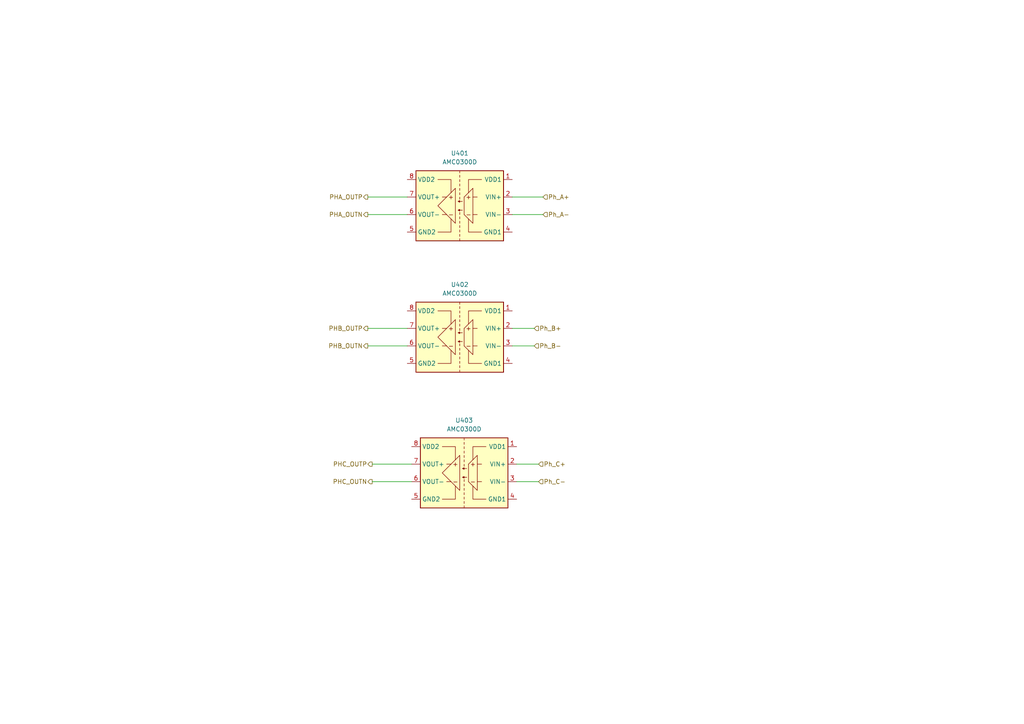
<source format=kicad_sch>
(kicad_sch (version 20250114) (generator "eeschema") (generator_version "9.0")
  (paper "A4")
  (lib_symbols
    (symbol "MYLIB_Misc:AMC0300D"
      (property "Reference" "U" (at 0 14.732 0))
      (property "Value" "AMC0300D" (at 0 12.446 0))
      (symbol "AMC0300D_0_0"
        (polyline (pts (xy -0.762 1.27) (xy 0 1.27) (xy 0 1.524) (xy 0.508 1.27) (xy 0 1.016) (xy 0 1.27)) (fill (type outline)))
        (polyline (pts (xy 0 10.16) (xy 0 9.525)))
        (polyline (pts (xy 0 8.89) (xy 0 8.255)))
        (polyline (pts (xy 0 7.62) (xy 0 6.985)))
        (polyline (pts (xy 0 6.35) (xy 0 5.715)))
        (polyline (pts (xy 0 5.08) (xy 0 4.445)))
        (polyline (pts (xy 0 3.81) (xy 0 3.175)))
        (polyline (pts (xy 0 2.54) (xy 0 1.905)))
        (polyline (pts (xy 0 -2.54) (xy 0 -1.905)))
        (polyline (pts (xy 0 -2.54) (xy 0 -2.54)))
        (polyline (pts (xy 0 -3.175) (xy 0 -3.81)))
        (polyline (pts (xy 0 -4.445) (xy 0 -4.445)))
        (polyline (pts (xy 0 -4.445) (xy 0 -5.08)))
        (polyline (pts (xy 0 -5.08) (xy 0 -5.08)))
        (polyline (pts (xy 0 -5.715) (xy 0 -6.35)))
        (polyline (pts (xy 0 -6.985) (xy 0 -7.62)))
        (polyline (pts (xy 0 -8.255) (xy 0 -8.89)))
        (polyline (pts (xy 0 -9.525) (xy 0 -10.16)))
        (text "+" (at -2.54 2.54 0) (effects (font (size 1.27 1.27))))
        (text "-" (at -2.54 -2.54 0) (effects (font (size 1.27 1.27))))
        (text "+" (at 2.54 2.54 0) (effects (font (size 1.27 1.27))))
        (text "-" (at 2.54 -2.54 0) (effects (font (size 1.27 1.27))))
      )
      (symbol "AMC0300D_0_1"
        (rectangle (start -12.7 10.16) (end 12.7 -10.16) (stroke (width 0.254)) (fill (type background)))
        (polyline (pts (xy -6.35 7.62) (xy -2.54 7.62) (xy -2.54 3.81)))
        (polyline (pts (xy -5.08 2.54) (xy -3.81 2.54)))
        (polyline (pts (xy -5.08 -2.54) (xy -3.81 -2.54)))
        (polyline (pts (xy -3.81 5.08) (xy -1.27 2.54)))
        (polyline (pts (xy -3.81 5.08) (xy -3.81 -5.08) (xy -1.27 -2.54)))
        (polyline (pts (xy -2.54 -3.81) (xy -2.54 -7.62) (xy -6.35 -7.62)))
        (polyline (pts (xy -1.27 2.54) (xy -1.27 1.27) (xy -1.27 0) (xy -1.27 -2.54)))
        (polyline (pts (xy 1.27 5.08) (xy 1.27 -5.08) (xy 6.35 0) (xy 1.27 5.08)))
        (polyline (pts (xy 2.54 3.81) (xy 2.54 7.62) (xy 6.35 7.62)))
        (polyline (pts (xy 2.54 -3.81) (xy 2.54 -7.62) (xy 6.35 -7.62)))
        (polyline (pts (xy 5.08 2.54) (xy 3.81 2.54)))
        (polyline (pts (xy 5.08 -2.54) (xy 3.81 -2.54)))
      )
      (symbol "AMC0300D_1_1"
        (polyline (pts (xy -0.762 -1.27) (xy 0 -1.27) (xy 0 -1.016) (xy 0.508 -1.27) (xy 0 -1.524) (xy 0 -1.27)) (fill (type outline)))
        (pin power_in line (at -15.24 7.62 0) (length 2.54) (name "VDD1") (number "1"))
        (pin input line (at -15.24 2.54 0) (length 2.54) (name "VIN+") (number "2"))
        (pin input line (at -15.24 -2.54 0) (length 2.54) (name "VIN-") (number "3"))
        (pin passive line (at -15.24 -7.62 0) (length 2.54) (name "GND1") (number "4"))
        (pin power_in line (at 15.24 7.62 180) (length 2.54) (name "VDD2") (number "8"))
        (pin output line (at 15.24 2.54 180) (length 2.54) (name "VOUT+") (number "7"))
        (pin output line (at 15.24 -2.54 180) (length 2.54) (name "VOUT-") (number "6"))
        (pin passive line (at 15.24 -7.62 180) (length 2.54) (name "GND2") (number "5"))
      )
    )
  )
  (wire (pts (xy 106.68 62.23) (xy 118.11 62.23)))
  (wire (pts (xy 148.59 100.33) (xy 154.94 100.33)))
  (wire (pts (xy 106.68 100.33) (xy 118.11 100.33)))
  (wire (pts (xy 148.59 95.25) (xy 154.94 95.25)))
  (wire (pts (xy 107.95 139.7) (xy 119.38 139.7)))
  (wire (pts (xy 149.86 134.62) (xy 156.21 134.62)))
  (wire (pts (xy 149.86 139.7) (xy 156.21 139.7)))
  (wire (pts (xy 107.95 134.62) (xy 119.38 134.62)))
  (wire (pts (xy 148.59 57.15) (xy 157.48 57.15)))
  (wire (pts (xy 148.59 62.23) (xy 157.48 62.23)))
  (wire (pts (xy 106.68 95.25) (xy 118.11 95.25)))
  (wire (pts (xy 106.68 57.15) (xy 118.11 57.15)))
  (hierarchical_label "Ph_C-" (shape input) (at 156.21 139.7 0))
  (hierarchical_label "PHC_OUTN" (shape output) (at 107.95 139.7 180))
  (hierarchical_label "Ph_B+" (shape input) (at 154.94 95.25 0))
  (hierarchical_label "Ph_A-" (shape input) (at 157.48 62.23 0))
  (hierarchical_label "Ph_B-" (shape input) (at 154.94 100.33 0))
  (hierarchical_label "PHA_OUTN" (shape output) (at 106.68 62.23 180))
  (hierarchical_label "Ph_A+" (shape input) (at 157.48 57.15 0))
  (hierarchical_label "Ph_C+" (shape input) (at 156.21 134.62 0))
  (hierarchical_label "PHB_OUTP" (shape output) (at 106.68 95.25 180))
  (hierarchical_label "PHA_OUTP" (shape output) (at 106.68 57.15 180))
  (hierarchical_label "PHC_OUTP" (shape output) (at 107.95 134.62 180))
  (hierarchical_label "PHB_OUTN" (shape output) (at 106.68 100.33 180))
  (symbol (lib_id "MYLIB_Misc:AMC0300D") (at 133.35 59.69 0) (mirror y) (unit 1)
    (property "Reference" "U401" (at 133.35 44.45 0))
    (property "Value" "AMC0300D" (at 133.35 46.99 0))
    (property "Footprint" "MYLIB_Misc:SOIC-8_7.5x5.85mm_P1.27mm" (effects (hide yes)))
    (property "Datasheet" "https://www.ti.com/lit/ds/symlink/amc0300d.pdf?ts=1761549500748&ref_url=https%253A%252F%252Fwww.ti.com%252Fproduct%252FAMC0300D%253FkeyMatch%253DAMC0300D%2526tisearch%253Duniversal_search%2526usecase%253DGPN" (effects (hide yes)))
    (property "Description" "isolation Amplifier" (effects (hide yes)))
  )
  (symbol (lib_id "MYLIB_Misc:AMC0300D") (at 133.35 97.79 0) (mirror y) (unit 1)
    (property "Reference" "U402" (at 133.35 82.55 0))
    (property "Value" "AMC0300D" (at 133.35 85.09 0))
    (property "Footprint" "MYLIB_Misc:SOIC-8_7.5x5.85mm_P1.27mm" (effects (hide yes)))
    (property "Datasheet" "https://www.ti.com/lit/ds/symlink/amc0300d.pdf?ts=1761549500748&ref_url=https%253A%252F%252Fwww.ti.com%252Fproduct%252FAMC0300D%253FkeyMatch%253DAMC0300D%2526tisearch%253Duniversal_search%2526usecase%253DGPN" (effects (hide yes)))
    (property "Description" "isolation Amplifier" (effects (hide yes)))
  )
  (symbol (lib_id "MYLIB_Misc:AMC0300D") (at 134.62 137.16 0) (mirror y) (unit 1)
    (property "Reference" "U403" (at 134.62 121.92 0))
    (property "Value" "AMC0300D" (at 134.62 124.46 0))
    (property "Footprint" "MYLIB_Misc:SOIC-8_7.5x5.85mm_P1.27mm" (effects (hide yes)))
    (property "Datasheet" "https://www.ti.com/lit/ds/symlink/amc0300d.pdf?ts=1761549500748&ref_url=https%253A%252F%252Fwww.ti.com%252Fproduct%252FAMC0300D%253FkeyMatch%253DAMC0300D%2526tisearch%253Duniversal_search%2526usecase%253DGPN" (effects (hide yes)))
    (property "Description" "isolation Amplifier" (effects (hide yes)))
  )
)
</source>
